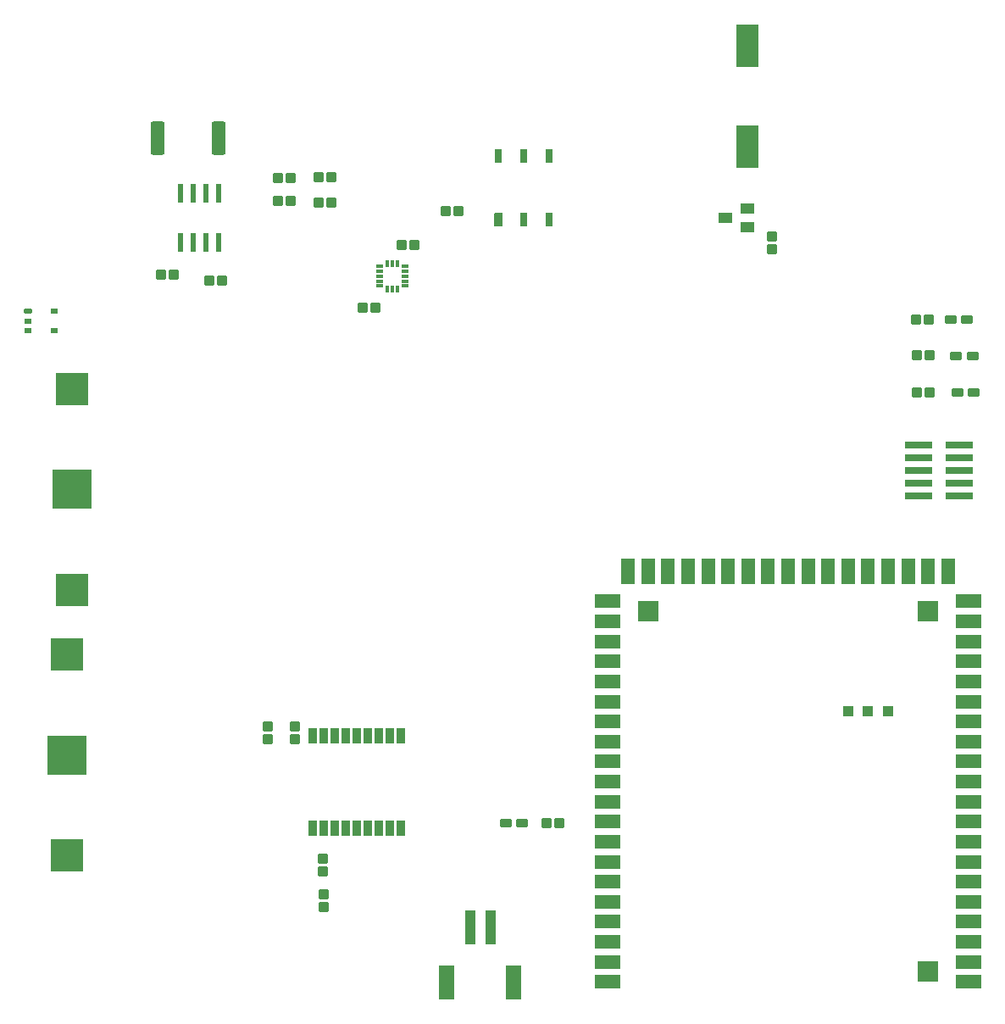
<source format=gbr>
%TF.GenerationSoftware,KiCad,Pcbnew,(5.99.0-10117-g2c3ee0d85f)*%
%TF.CreationDate,2021-04-29T08:13:59+02:00*%
%TF.ProjectId,som asset tracker,736f6d20-6173-4736-9574-20747261636b,rev?*%
%TF.SameCoordinates,Original*%
%TF.FileFunction,Paste,Top*%
%TF.FilePolarity,Positive*%
%FSLAX46Y46*%
G04 Gerber Fmt 4.6, Leading zero omitted, Abs format (unit mm)*
G04 Created by KiCad (PCBNEW (5.99.0-10117-g2c3ee0d85f)) date 2021-04-29 08:13:59*
%MOMM*%
%LPD*%
G01*
G04 APERTURE LIST*
G04 Aperture macros list*
%AMRoundRect*
0 Rectangle with rounded corners*
0 $1 Rounding radius*
0 $2 $3 $4 $5 $6 $7 $8 $9 X,Y pos of 4 corners*
0 Add a 4 corners polygon primitive as box body*
4,1,4,$2,$3,$4,$5,$6,$7,$8,$9,$2,$3,0*
0 Add four circle primitives for the rounded corners*
1,1,$1+$1,$2,$3*
1,1,$1+$1,$4,$5*
1,1,$1+$1,$6,$7*
1,1,$1+$1,$8,$9*
0 Add four rect primitives between the rounded corners*
20,1,$1+$1,$2,$3,$4,$5,0*
20,1,$1+$1,$4,$5,$6,$7,0*
20,1,$1+$1,$6,$7,$8,$9,0*
20,1,$1+$1,$8,$9,$2,$3,0*%
%AMOutline5P*
0 Free polygon, 5 corners , with rotation*
0 The origin of the aperture is its center*
0 number of corners: always 8*
0 $1 to $10 corner X, Y*
0 $11 Rotation angle, in degrees counterclockwise*
0 create outline with 8 corners*
4,1,5,$1,$2,$3,$4,$5,$6,$7,$8,$9,$10,$1,$2,$11*%
%AMOutline6P*
0 Free polygon, 6 corners , with rotation*
0 The origin of the aperture is its center*
0 number of corners: always 6*
0 $1 to $12 corner X, Y*
0 $13 Rotation angle, in degrees counterclockwise*
0 create outline with 6 corners*
4,1,6,$1,$2,$3,$4,$5,$6,$7,$8,$9,$10,$11,$12,$1,$2,$13*%
%AMOutline7P*
0 Free polygon, 7 corners , with rotation*
0 The origin of the aperture is its center*
0 number of corners: always 7*
0 $1 to $14 corner X, Y*
0 $15 Rotation angle, in degrees counterclockwise*
0 create outline with 7 corners*
4,1,7,$1,$2,$3,$4,$5,$6,$7,$8,$9,$10,$11,$12,$13,$14,$1,$2,$15*%
%AMOutline8P*
0 Free polygon, 8 corners , with rotation*
0 The origin of the aperture is its center*
0 number of corners: always 8*
0 $1 to $16 corner X, Y*
0 $17 Rotation angle, in degrees counterclockwise*
0 create outline with 8 corners*
4,1,8,$1,$2,$3,$4,$5,$6,$7,$8,$9,$10,$11,$12,$13,$14,$15,$16,$1,$2,$17*%
G04 Aperture macros list end*
%ADD10RoundRect,0.212500X0.400000X0.212500X-0.400000X0.212500X-0.400000X-0.212500X0.400000X-0.212500X0*%
%ADD11R,2.310000X4.220000*%
%ADD12RoundRect,0.249999X-0.450001X-1.425001X0.450001X-1.425001X0.450001X1.425001X-0.450001X1.425001X0*%
%ADD13RoundRect,0.250000X0.300000X-0.250000X0.300000X0.250000X-0.300000X0.250000X-0.300000X-0.250000X0*%
%ADD14R,2.790000X0.740000*%
%ADD15RoundRect,0.250000X0.250000X0.300000X-0.250000X0.300000X-0.250000X-0.300000X0.250000X-0.300000X0*%
%ADD16RoundRect,0.250000X-0.250000X-0.300000X0.250000X-0.300000X0.250000X0.300000X-0.250000X0.300000X0*%
%ADD17RoundRect,0.250000X-0.300000X0.250000X-0.300000X-0.250000X0.300000X-0.250000X0.300000X0.250000X0*%
%ADD18R,1.399540X0.998220*%
%ADD19R,3.180000X3.180000*%
%ADD20R,3.960000X3.960000*%
%ADD21RoundRect,0.212500X-0.400000X-0.212500X0.400000X-0.212500X0.400000X0.212500X-0.400000X0.212500X0*%
%ADD22RoundRect,0.137500X0.262500X-0.137500X0.262500X0.137500X-0.262500X0.137500X-0.262500X-0.137500X0*%
%ADD23R,0.800000X0.550000*%
%ADD24Outline5P,0.400000X0.700000X0.400000X-0.700000X-0.400000X-0.700000X-0.400000X0.540000X-0.240000X0.700000X0.000000*%
%ADD25R,0.800000X1.400000*%
%ADD26R,0.600000X1.970000*%
%ADD27R,0.900000X1.600000*%
%ADD28R,2.500000X1.400000*%
%ADD29R,1.400000X2.500000*%
%ADD30R,2.000000X2.000000*%
%ADD31R,1.000000X1.000000*%
%ADD32R,1.000000X3.500000*%
%ADD33R,1.500000X3.400000*%
%ADD34R,0.800000X0.300000*%
%ADD35R,0.300000X0.800000*%
G04 APERTURE END LIST*
D10*
%TO.C,D2*%
X196412500Y-71650000D03*
X194787500Y-71650000D03*
%TD*%
D11*
%TO.C,PZ1*%
X174450000Y-54345000D03*
X174450000Y-44255000D03*
%TD*%
D12*
%TO.C,R7*%
X115500000Y-53500000D03*
X121600000Y-53500000D03*
%TD*%
D13*
%TO.C,R3*%
X191400000Y-75200000D03*
X192670000Y-75200000D03*
%TD*%
%TO.C,R1*%
X191420000Y-78890000D03*
X192690000Y-78890000D03*
%TD*%
D14*
%TO.C,CON1*%
X195645000Y-89230000D03*
X191575000Y-89230000D03*
X195645000Y-87960000D03*
X191575000Y-87960000D03*
X195645000Y-86690000D03*
X191575000Y-86690000D03*
X195645000Y-85420000D03*
X191575000Y-85420000D03*
X195645000Y-84150000D03*
X191575000Y-84150000D03*
%TD*%
D13*
%TO.C,C12*%
X139950000Y-64150000D03*
X141220000Y-64150000D03*
%TD*%
D15*
%TO.C,C8*%
X129290000Y-113520000D03*
X129290000Y-112250000D03*
%TD*%
D16*
%TO.C,L1*%
X132085000Y-125500000D03*
X132085000Y-126770000D03*
%TD*%
D13*
%TO.C,R12*%
X115865000Y-67105000D03*
X117135000Y-67105000D03*
%TD*%
D17*
%TO.C,C4*%
X132885000Y-57395000D03*
X131615000Y-57395000D03*
%TD*%
D18*
%TO.C,Q1*%
X174455820Y-62399960D03*
X174455820Y-60500040D03*
X172256180Y-61450000D03*
%TD*%
D17*
%TO.C,R11*%
X121985000Y-67695000D03*
X120715000Y-67695000D03*
%TD*%
D19*
%TO.C,BT1*%
X107000000Y-98590000D03*
X107000000Y-78550000D03*
D20*
X107000000Y-88570000D03*
%TD*%
D21*
%TO.C,D4*%
X150345000Y-121930000D03*
X151970000Y-121930000D03*
%TD*%
D13*
%TO.C,C1*%
X127530000Y-57520000D03*
X128800000Y-57520000D03*
%TD*%
D22*
%TO.C,U6*%
X102580000Y-70805000D03*
D23*
X102580000Y-71755000D03*
X102580000Y-72705000D03*
X105180000Y-72705000D03*
X105180000Y-70805000D03*
%TD*%
D24*
%TO.C,U5*%
X149590000Y-61600000D03*
D25*
X152130000Y-61600000D03*
X154670000Y-61600000D03*
X154670000Y-55300000D03*
X152130000Y-55300000D03*
X149590000Y-55300000D03*
%TD*%
D13*
%TO.C,C2*%
X127550000Y-59750000D03*
X128820000Y-59750000D03*
%TD*%
D10*
%TO.C,D1*%
X197047500Y-78905000D03*
X195422500Y-78905000D03*
%TD*%
D13*
%TO.C,C11*%
X136050000Y-70400000D03*
X137320000Y-70400000D03*
%TD*%
D10*
%TO.C,D3*%
X196950000Y-75250000D03*
X195325000Y-75250000D03*
%TD*%
D19*
%TO.C,BT3*%
X106470000Y-125130000D03*
X106470000Y-105090000D03*
D20*
X106470000Y-115110000D03*
%TD*%
D17*
%TO.C,C3*%
X132900000Y-59950000D03*
X131630000Y-59950000D03*
%TD*%
D26*
%TO.C,U1*%
X121605000Y-58980000D03*
X120335000Y-58980000D03*
X119065000Y-58980000D03*
X117795000Y-58980000D03*
X117795000Y-63920000D03*
X119065000Y-63920000D03*
X120335000Y-63920000D03*
X121605000Y-63920000D03*
%TD*%
D27*
%TO.C,mod2*%
X139840000Y-113180000D03*
X138740000Y-113180000D03*
X137640000Y-113180000D03*
X136540000Y-113180000D03*
X135440000Y-113180000D03*
X134340000Y-113180000D03*
X133240000Y-113180000D03*
X132140000Y-113180000D03*
X131040000Y-113180000D03*
X131040000Y-122380000D03*
X132140000Y-122380000D03*
X133240000Y-122380000D03*
X134340000Y-122380000D03*
X135440000Y-122380000D03*
X136540000Y-122380000D03*
X137640000Y-122380000D03*
X138740000Y-122380000D03*
X139840000Y-122380000D03*
%TD*%
D17*
%TO.C,R4*%
X155710000Y-121920000D03*
X154440000Y-121920000D03*
%TD*%
D13*
%TO.C,R10*%
X144300000Y-60750000D03*
X145570000Y-60750000D03*
%TD*%
D16*
%TO.C,R9*%
X176906000Y-63350000D03*
X176906000Y-64620000D03*
%TD*%
%TO.C,C10*%
X132115000Y-128980000D03*
X132115000Y-130250000D03*
%TD*%
D13*
%TO.C,R2*%
X191350000Y-71650000D03*
X192620000Y-71650000D03*
%TD*%
D15*
%TO.C,C7*%
X126510000Y-113550000D03*
X126510000Y-112280000D03*
%TD*%
D28*
%TO.C,mod1*%
X160522000Y-137765000D03*
X160522000Y-135765000D03*
X160522000Y-133765000D03*
X160522000Y-131765000D03*
X160522000Y-129765000D03*
X160522000Y-127765000D03*
X160522000Y-125765000D03*
X160522000Y-123765000D03*
X160522000Y-121765000D03*
X160522000Y-119765000D03*
X160522000Y-117765000D03*
X160522000Y-115765000D03*
X160522000Y-113765000D03*
X160522000Y-111765000D03*
X160522000Y-109765000D03*
X160522000Y-107765000D03*
X160522000Y-105765000D03*
X160522000Y-103765000D03*
X160522000Y-101765000D03*
X160522000Y-99765000D03*
D29*
X162530000Y-96757000D03*
X164530000Y-96757000D03*
X166530000Y-96757000D03*
X168530000Y-96757000D03*
X170530000Y-96757000D03*
X172530000Y-96757000D03*
X174530000Y-96757000D03*
X176530000Y-96757000D03*
X178530000Y-96757000D03*
X180530000Y-96757000D03*
X182530000Y-96757000D03*
X184530000Y-96757000D03*
X186530000Y-96757000D03*
X188530000Y-96757000D03*
X190530000Y-96757000D03*
X192530000Y-96757000D03*
X194530000Y-96757000D03*
D28*
X196538000Y-99765000D03*
X196538000Y-101765000D03*
X196538000Y-103765000D03*
X196538000Y-105765000D03*
X196538000Y-107765000D03*
X196538000Y-109765000D03*
X196538000Y-111765000D03*
X196538000Y-113765000D03*
X196538000Y-115765000D03*
X196538000Y-117765000D03*
X196538000Y-119765000D03*
X196538000Y-121765000D03*
X196538000Y-123765000D03*
X196538000Y-125765000D03*
X196538000Y-127765000D03*
X196538000Y-129765000D03*
X196538000Y-131765000D03*
X196538000Y-133765000D03*
X196538000Y-135765000D03*
X196538000Y-137765000D03*
D30*
X192530000Y-136765000D03*
X192530000Y-100765000D03*
X164530000Y-100765000D03*
D31*
X184530000Y-110765000D03*
X186530000Y-110765000D03*
X188530000Y-110765000D03*
%TD*%
D32*
%TO.C,BT2*%
X146770000Y-132290000D03*
X148770000Y-132290000D03*
D33*
X144420000Y-137840000D03*
X151120000Y-137840000D03*
%TD*%
D34*
%TO.C,U7*%
X137708250Y-66269750D03*
X137708250Y-66769750D03*
X137708250Y-67269750D03*
X137708250Y-67769750D03*
X137708250Y-68269750D03*
D35*
X138483250Y-68544750D03*
X138983250Y-68544750D03*
X139483250Y-68544750D03*
D34*
X140258250Y-68269750D03*
X140258250Y-67769750D03*
X140258250Y-67269750D03*
X140258250Y-66769750D03*
X140258250Y-66269750D03*
D35*
X139483250Y-65994750D03*
X138983250Y-65994750D03*
X138483250Y-65994750D03*
%TD*%
M02*

</source>
